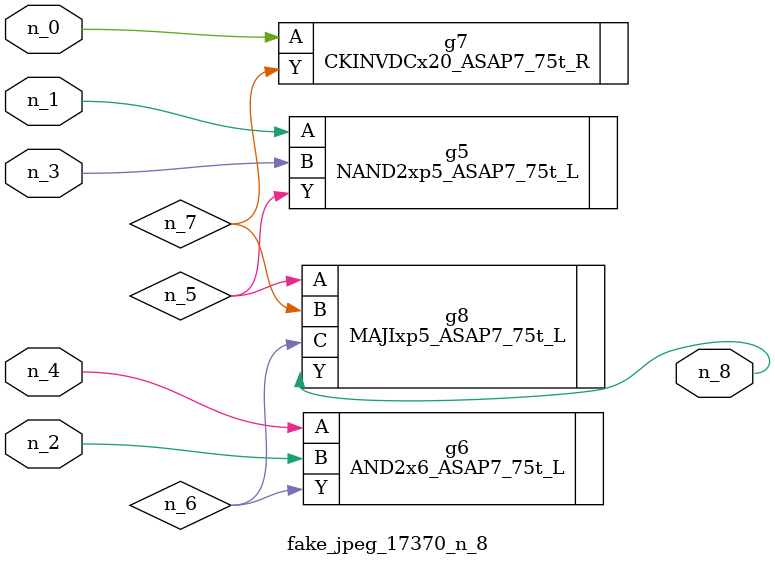
<source format=v>
module fake_jpeg_17370_n_8 (n_3, n_2, n_1, n_0, n_4, n_8);

input n_3;
input n_2;
input n_1;
input n_0;
input n_4;

output n_8;

wire n_6;
wire n_5;
wire n_7;

NAND2xp5_ASAP7_75t_L g5 ( 
.A(n_1),
.B(n_3),
.Y(n_5)
);

AND2x6_ASAP7_75t_L g6 ( 
.A(n_4),
.B(n_2),
.Y(n_6)
);

CKINVDCx20_ASAP7_75t_R g7 ( 
.A(n_0),
.Y(n_7)
);

MAJIxp5_ASAP7_75t_L g8 ( 
.A(n_5),
.B(n_7),
.C(n_6),
.Y(n_8)
);


endmodule
</source>
